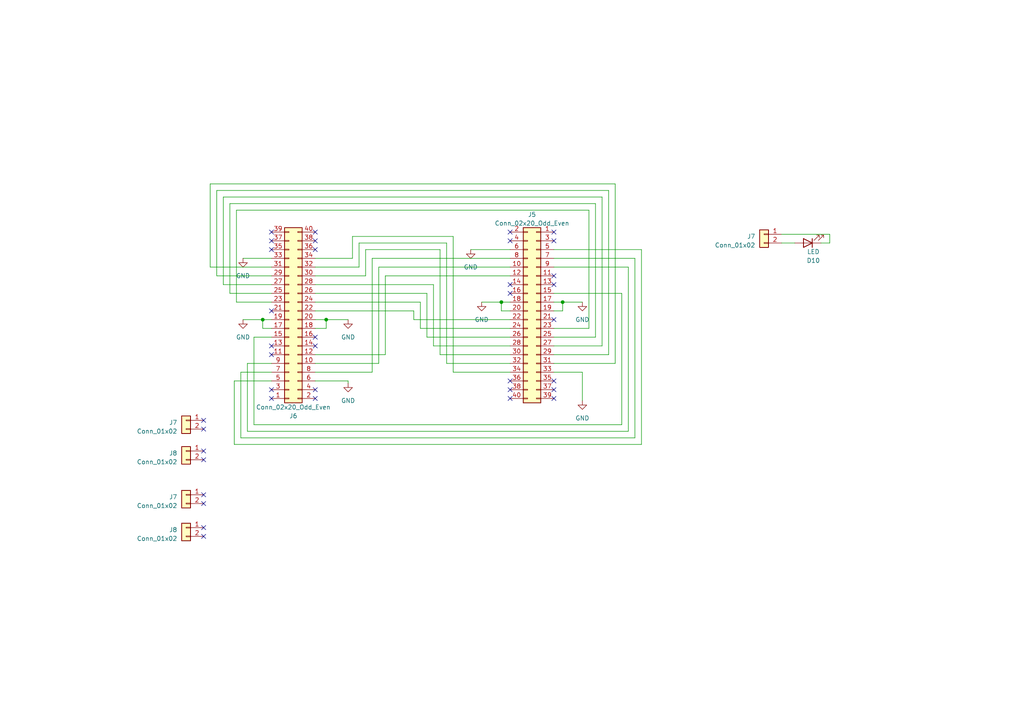
<source format=kicad_sch>
(kicad_sch (version 20230121) (generator eeschema)

  (uuid c583fea8-bbdf-4b1e-9e9f-77eb403dfe68)

  (paper "A4")

  (lib_symbols
    (symbol "Connector_Generic:Conn_01x02" (pin_names (offset 1.016) hide) (in_bom yes) (on_board yes)
      (property "Reference" "J" (at 0 2.54 0)
        (effects (font (size 1.27 1.27)))
      )
      (property "Value" "Conn_01x02" (at 0 -5.08 0)
        (effects (font (size 1.27 1.27)))
      )
      (property "Footprint" "" (at 0 0 0)
        (effects (font (size 1.27 1.27)) hide)
      )
      (property "Datasheet" "~" (at 0 0 0)
        (effects (font (size 1.27 1.27)) hide)
      )
      (property "ki_keywords" "connector" (at 0 0 0)
        (effects (font (size 1.27 1.27)) hide)
      )
      (property "ki_description" "Generic connector, single row, 01x02, script generated (kicad-library-utils/schlib/autogen/connector/)" (at 0 0 0)
        (effects (font (size 1.27 1.27)) hide)
      )
      (property "ki_fp_filters" "Connector*:*_1x??_*" (at 0 0 0)
        (effects (font (size 1.27 1.27)) hide)
      )
      (symbol "Conn_01x02_1_1"
        (rectangle (start -1.27 -2.413) (end 0 -2.667)
          (stroke (width 0.1524) (type default))
          (fill (type none))
        )
        (rectangle (start -1.27 0.127) (end 0 -0.127)
          (stroke (width 0.1524) (type default))
          (fill (type none))
        )
        (rectangle (start -1.27 1.27) (end 1.27 -3.81)
          (stroke (width 0.254) (type default))
          (fill (type background))
        )
        (pin passive line (at -5.08 0 0) (length 3.81)
          (name "Pin_1" (effects (font (size 1.27 1.27))))
          (number "1" (effects (font (size 1.27 1.27))))
        )
        (pin passive line (at -5.08 -2.54 0) (length 3.81)
          (name "Pin_2" (effects (font (size 1.27 1.27))))
          (number "2" (effects (font (size 1.27 1.27))))
        )
      )
    )
    (symbol "Connector_Generic:Conn_02x20_Odd_Even" (pin_names (offset 1.016) hide) (in_bom yes) (on_board yes)
      (property "Reference" "J" (at 1.27 25.4 0)
        (effects (font (size 1.27 1.27)))
      )
      (property "Value" "Conn_02x20_Odd_Even" (at 1.27 -27.94 0)
        (effects (font (size 1.27 1.27)))
      )
      (property "Footprint" "" (at 0 0 0)
        (effects (font (size 1.27 1.27)) hide)
      )
      (property "Datasheet" "~" (at 0 0 0)
        (effects (font (size 1.27 1.27)) hide)
      )
      (property "ki_keywords" "connector" (at 0 0 0)
        (effects (font (size 1.27 1.27)) hide)
      )
      (property "ki_description" "Generic connector, double row, 02x20, odd/even pin numbering scheme (row 1 odd numbers, row 2 even numbers), script generated (kicad-library-utils/schlib/autogen/connector/)" (at 0 0 0)
        (effects (font (size 1.27 1.27)) hide)
      )
      (property "ki_fp_filters" "Connector*:*_2x??_*" (at 0 0 0)
        (effects (font (size 1.27 1.27)) hide)
      )
      (symbol "Conn_02x20_Odd_Even_1_1"
        (rectangle (start -1.27 -25.273) (end 0 -25.527)
          (stroke (width 0.1524) (type default))
          (fill (type none))
        )
        (rectangle (start -1.27 -22.733) (end 0 -22.987)
          (stroke (width 0.1524) (type default))
          (fill (type none))
        )
        (rectangle (start -1.27 -20.193) (end 0 -20.447)
          (stroke (width 0.1524) (type default))
          (fill (type none))
        )
        (rectangle (start -1.27 -17.653) (end 0 -17.907)
          (stroke (width 0.1524) (type default))
          (fill (type none))
        )
        (rectangle (start -1.27 -15.113) (end 0 -15.367)
          (stroke (width 0.1524) (type default))
          (fill (type none))
        )
        (rectangle (start -1.27 -12.573) (end 0 -12.827)
          (stroke (width 0.1524) (type default))
          (fill (type none))
        )
        (rectangle (start -1.27 -10.033) (end 0 -10.287)
          (stroke (width 0.1524) (type default))
          (fill (type none))
        )
        (rectangle (start -1.27 -7.493) (end 0 -7.747)
          (stroke (width 0.1524) (type default))
          (fill (type none))
        )
        (rectangle (start -1.27 -4.953) (end 0 -5.207)
          (stroke (width 0.1524) (type default))
          (fill (type none))
        )
        (rectangle (start -1.27 -2.413) (end 0 -2.667)
          (stroke (width 0.1524) (type default))
          (fill (type none))
        )
        (rectangle (start -1.27 0.127) (end 0 -0.127)
          (stroke (width 0.1524) (type default))
          (fill (type none))
        )
        (rectangle (start -1.27 2.667) (end 0 2.413)
          (stroke (width 0.1524) (type default))
          (fill (type none))
        )
        (rectangle (start -1.27 5.207) (end 0 4.953)
          (stroke (width 0.1524) (type default))
          (fill (type none))
        )
        (rectangle (start -1.27 7.747) (end 0 7.493)
          (stroke (width 0.1524) (type default))
          (fill (type none))
        )
        (rectangle (start -1.27 10.287) (end 0 10.033)
          (stroke (width 0.1524) (type default))
          (fill (type none))
        )
        (rectangle (start -1.27 12.827) (end 0 12.573)
          (stroke (width 0.1524) (type default))
          (fill (type none))
        )
        (rectangle (start -1.27 15.367) (end 0 15.113)
          (stroke (width 0.1524) (type default))
          (fill (type none))
        )
        (rectangle (start -1.27 17.907) (end 0 17.653)
          (stroke (width 0.1524) (type default))
          (fill (type none))
        )
        (rectangle (start -1.27 20.447) (end 0 20.193)
          (stroke (width 0.1524) (type default))
          (fill (type none))
        )
        (rectangle (start -1.27 22.987) (end 0 22.733)
          (stroke (width 0.1524) (type default))
          (fill (type none))
        )
        (rectangle (start -1.27 24.13) (end 3.81 -26.67)
          (stroke (width 0.254) (type default))
          (fill (type background))
        )
        (rectangle (start 3.81 -25.273) (end 2.54 -25.527)
          (stroke (width 0.1524) (type default))
          (fill (type none))
        )
        (rectangle (start 3.81 -22.733) (end 2.54 -22.987)
          (stroke (width 0.1524) (type default))
          (fill (type none))
        )
        (rectangle (start 3.81 -20.193) (end 2.54 -20.447)
          (stroke (width 0.1524) (type default))
          (fill (type none))
        )
        (rectangle (start 3.81 -17.653) (end 2.54 -17.907)
          (stroke (width 0.1524) (type default))
          (fill (type none))
        )
        (rectangle (start 3.81 -15.113) (end 2.54 -15.367)
          (stroke (width 0.1524) (type default))
          (fill (type none))
        )
        (rectangle (start 3.81 -12.573) (end 2.54 -12.827)
          (stroke (width 0.1524) (type default))
          (fill (type none))
        )
        (rectangle (start 3.81 -10.033) (end 2.54 -10.287)
          (stroke (width 0.1524) (type default))
          (fill (type none))
        )
        (rectangle (start 3.81 -7.493) (end 2.54 -7.747)
          (stroke (width 0.1524) (type default))
          (fill (type none))
        )
        (rectangle (start 3.81 -4.953) (end 2.54 -5.207)
          (stroke (width 0.1524) (type default))
          (fill (type none))
        )
        (rectangle (start 3.81 -2.413) (end 2.54 -2.667)
          (stroke (width 0.1524) (type default))
          (fill (type none))
        )
        (rectangle (start 3.81 0.127) (end 2.54 -0.127)
          (stroke (width 0.1524) (type default))
          (fill (type none))
        )
        (rectangle (start 3.81 2.667) (end 2.54 2.413)
          (stroke (width 0.1524) (type default))
          (fill (type none))
        )
        (rectangle (start 3.81 5.207) (end 2.54 4.953)
          (stroke (width 0.1524) (type default))
          (fill (type none))
        )
        (rectangle (start 3.81 7.747) (end 2.54 7.493)
          (stroke (width 0.1524) (type default))
          (fill (type none))
        )
        (rectangle (start 3.81 10.287) (end 2.54 10.033)
          (stroke (width 0.1524) (type default))
          (fill (type none))
        )
        (rectangle (start 3.81 12.827) (end 2.54 12.573)
          (stroke (width 0.1524) (type default))
          (fill (type none))
        )
        (rectangle (start 3.81 15.367) (end 2.54 15.113)
          (stroke (width 0.1524) (type default))
          (fill (type none))
        )
        (rectangle (start 3.81 17.907) (end 2.54 17.653)
          (stroke (width 0.1524) (type default))
          (fill (type none))
        )
        (rectangle (start 3.81 20.447) (end 2.54 20.193)
          (stroke (width 0.1524) (type default))
          (fill (type none))
        )
        (rectangle (start 3.81 22.987) (end 2.54 22.733)
          (stroke (width 0.1524) (type default))
          (fill (type none))
        )
        (pin passive line (at -5.08 22.86 0) (length 3.81)
          (name "Pin_1" (effects (font (size 1.27 1.27))))
          (number "1" (effects (font (size 1.27 1.27))))
        )
        (pin passive line (at 7.62 12.7 180) (length 3.81)
          (name "Pin_10" (effects (font (size 1.27 1.27))))
          (number "10" (effects (font (size 1.27 1.27))))
        )
        (pin passive line (at -5.08 10.16 0) (length 3.81)
          (name "Pin_11" (effects (font (size 1.27 1.27))))
          (number "11" (effects (font (size 1.27 1.27))))
        )
        (pin passive line (at 7.62 10.16 180) (length 3.81)
          (name "Pin_12" (effects (font (size 1.27 1.27))))
          (number "12" (effects (font (size 1.27 1.27))))
        )
        (pin passive line (at -5.08 7.62 0) (length 3.81)
          (name "Pin_13" (effects (font (size 1.27 1.27))))
          (number "13" (effects (font (size 1.27 1.27))))
        )
        (pin passive line (at 7.62 7.62 180) (length 3.81)
          (name "Pin_14" (effects (font (size 1.27 1.27))))
          (number "14" (effects (font (size 1.27 1.27))))
        )
        (pin passive line (at -5.08 5.08 0) (length 3.81)
          (name "Pin_15" (effects (font (size 1.27 1.27))))
          (number "15" (effects (font (size 1.27 1.27))))
        )
        (pin passive line (at 7.62 5.08 180) (length 3.81)
          (name "Pin_16" (effects (font (size 1.27 1.27))))
          (number "16" (effects (font (size 1.27 1.27))))
        )
        (pin passive line (at -5.08 2.54 0) (length 3.81)
          (name "Pin_17" (effects (font (size 1.27 1.27))))
          (number "17" (effects (font (size 1.27 1.27))))
        )
        (pin passive line (at 7.62 2.54 180) (length 3.81)
          (name "Pin_18" (effects (font (size 1.27 1.27))))
          (number "18" (effects (font (size 1.27 1.27))))
        )
        (pin passive line (at -5.08 0 0) (length 3.81)
          (name "Pin_19" (effects (font (size 1.27 1.27))))
          (number "19" (effects (font (size 1.27 1.27))))
        )
        (pin passive line (at 7.62 22.86 180) (length 3.81)
          (name "Pin_2" (effects (font (size 1.27 1.27))))
          (number "2" (effects (font (size 1.27 1.27))))
        )
        (pin passive line (at 7.62 0 180) (length 3.81)
          (name "Pin_20" (effects (font (size 1.27 1.27))))
          (number "20" (effects (font (size 1.27 1.27))))
        )
        (pin passive line (at -5.08 -2.54 0) (length 3.81)
          (name "Pin_21" (effects (font (size 1.27 1.27))))
          (number "21" (effects (font (size 1.27 1.27))))
        )
        (pin passive line (at 7.62 -2.54 180) (length 3.81)
          (name "Pin_22" (effects (font (size 1.27 1.27))))
          (number "22" (effects (font (size 1.27 1.27))))
        )
        (pin passive line (at -5.08 -5.08 0) (length 3.81)
          (name "Pin_23" (effects (font (size 1.27 1.27))))
          (number "23" (effects (font (size 1.27 1.27))))
        )
        (pin passive line (at 7.62 -5.08 180) (length 3.81)
          (name "Pin_24" (effects (font (size 1.27 1.27))))
          (number "24" (effects (font (size 1.27 1.27))))
        )
        (pin passive line (at -5.08 -7.62 0) (length 3.81)
          (name "Pin_25" (effects (font (size 1.27 1.27))))
          (number "25" (effects (font (size 1.27 1.27))))
        )
        (pin passive line (at 7.62 -7.62 180) (length 3.81)
          (name "Pin_26" (effects (font (size 1.27 1.27))))
          (number "26" (effects (font (size 1.27 1.27))))
        )
        (pin passive line (at -5.08 -10.16 0) (length 3.81)
          (name "Pin_27" (effects (font (size 1.27 1.27))))
          (number "27" (effects (font (size 1.27 1.27))))
        )
        (pin passive line (at 7.62 -10.16 180) (length 3.81)
          (name "Pin_28" (effects (font (size 1.27 1.27))))
          (number "28" (effects (font (size 1.27 1.27))))
        )
        (pin passive line (at -5.08 -12.7 0) (length 3.81)
          (name "Pin_29" (effects (font (size 1.27 1.27))))
          (number "29" (effects (font (size 1.27 1.27))))
        )
        (pin passive line (at -5.08 20.32 0) (length 3.81)
          (name "Pin_3" (effects (font (size 1.27 1.27))))
          (number "3" (effects (font (size 1.27 1.27))))
        )
        (pin passive line (at 7.62 -12.7 180) (length 3.81)
          (name "Pin_30" (effects (font (size 1.27 1.27))))
          (number "30" (effects (font (size 1.27 1.27))))
        )
        (pin passive line (at -5.08 -15.24 0) (length 3.81)
          (name "Pin_31" (effects (font (size 1.27 1.27))))
          (number "31" (effects (font (size 1.27 1.27))))
        )
        (pin passive line (at 7.62 -15.24 180) (length 3.81)
          (name "Pin_32" (effects (font (size 1.27 1.27))))
          (number "32" (effects (font (size 1.27 1.27))))
        )
        (pin passive line (at -5.08 -17.78 0) (length 3.81)
          (name "Pin_33" (effects (font (size 1.27 1.27))))
          (number "33" (effects (font (size 1.27 1.27))))
        )
        (pin passive line (at 7.62 -17.78 180) (length 3.81)
          (name "Pin_34" (effects (font (size 1.27 1.27))))
          (number "34" (effects (font (size 1.27 1.27))))
        )
        (pin passive line (at -5.08 -20.32 0) (length 3.81)
          (name "Pin_35" (effects (font (size 1.27 1.27))))
          (number "35" (effects (font (size 1.27 1.27))))
        )
        (pin passive line (at 7.62 -20.32 180) (length 3.81)
          (name "Pin_36" (effects (font (size 1.27 1.27))))
          (number "36" (effects (font (size 1.27 1.27))))
        )
        (pin passive line (at -5.08 -22.86 0) (length 3.81)
          (name "Pin_37" (effects (font (size 1.27 1.27))))
          (number "37" (effects (font (size 1.27 1.27))))
        )
        (pin passive line (at 7.62 -22.86 180) (length 3.81)
          (name "Pin_38" (effects (font (size 1.27 1.27))))
          (number "38" (effects (font (size 1.27 1.27))))
        )
        (pin passive line (at -5.08 -25.4 0) (length 3.81)
          (name "Pin_39" (effects (font (size 1.27 1.27))))
          (number "39" (effects (font (size 1.27 1.27))))
        )
        (pin passive line (at 7.62 20.32 180) (length 3.81)
          (name "Pin_4" (effects (font (size 1.27 1.27))))
          (number "4" (effects (font (size 1.27 1.27))))
        )
        (pin passive line (at 7.62 -25.4 180) (length 3.81)
          (name "Pin_40" (effects (font (size 1.27 1.27))))
          (number "40" (effects (font (size 1.27 1.27))))
        )
        (pin passive line (at -5.08 17.78 0) (length 3.81)
          (name "Pin_5" (effects (font (size 1.27 1.27))))
          (number "5" (effects (font (size 1.27 1.27))))
        )
        (pin passive line (at 7.62 17.78 180) (length 3.81)
          (name "Pin_6" (effects (font (size 1.27 1.27))))
          (number "6" (effects (font (size 1.27 1.27))))
        )
        (pin passive line (at -5.08 15.24 0) (length 3.81)
          (name "Pin_7" (effects (font (size 1.27 1.27))))
          (number "7" (effects (font (size 1.27 1.27))))
        )
        (pin passive line (at 7.62 15.24 180) (length 3.81)
          (name "Pin_8" (effects (font (size 1.27 1.27))))
          (number "8" (effects (font (size 1.27 1.27))))
        )
        (pin passive line (at -5.08 12.7 0) (length 3.81)
          (name "Pin_9" (effects (font (size 1.27 1.27))))
          (number "9" (effects (font (size 1.27 1.27))))
        )
      )
    )
    (symbol "Device:LED" (pin_numbers hide) (pin_names (offset 1.016) hide) (in_bom yes) (on_board yes)
      (property "Reference" "D" (at 0 2.54 0)
        (effects (font (size 1.27 1.27)))
      )
      (property "Value" "LED" (at 0 -2.54 0)
        (effects (font (size 1.27 1.27)))
      )
      (property "Footprint" "" (at 0 0 0)
        (effects (font (size 1.27 1.27)) hide)
      )
      (property "Datasheet" "~" (at 0 0 0)
        (effects (font (size 1.27 1.27)) hide)
      )
      (property "ki_keywords" "LED diode" (at 0 0 0)
        (effects (font (size 1.27 1.27)) hide)
      )
      (property "ki_description" "Light emitting diode" (at 0 0 0)
        (effects (font (size 1.27 1.27)) hide)
      )
      (property "ki_fp_filters" "LED* LED_SMD:* LED_THT:*" (at 0 0 0)
        (effects (font (size 1.27 1.27)) hide)
      )
      (symbol "LED_0_1"
        (polyline
          (pts
            (xy -1.27 -1.27)
            (xy -1.27 1.27)
          )
          (stroke (width 0.254) (type default))
          (fill (type none))
        )
        (polyline
          (pts
            (xy -1.27 0)
            (xy 1.27 0)
          )
          (stroke (width 0) (type default))
          (fill (type none))
        )
        (polyline
          (pts
            (xy 1.27 -1.27)
            (xy 1.27 1.27)
            (xy -1.27 0)
            (xy 1.27 -1.27)
          )
          (stroke (width 0.254) (type default))
          (fill (type none))
        )
        (polyline
          (pts
            (xy -3.048 -0.762)
            (xy -4.572 -2.286)
            (xy -3.81 -2.286)
            (xy -4.572 -2.286)
            (xy -4.572 -1.524)
          )
          (stroke (width 0) (type default))
          (fill (type none))
        )
        (polyline
          (pts
            (xy -1.778 -0.762)
            (xy -3.302 -2.286)
            (xy -2.54 -2.286)
            (xy -3.302 -2.286)
            (xy -3.302 -1.524)
          )
          (stroke (width 0) (type default))
          (fill (type none))
        )
      )
      (symbol "LED_1_1"
        (pin passive line (at -3.81 0 0) (length 2.54)
          (name "K" (effects (font (size 1.27 1.27))))
          (number "1" (effects (font (size 1.27 1.27))))
        )
        (pin passive line (at 3.81 0 180) (length 2.54)
          (name "A" (effects (font (size 1.27 1.27))))
          (number "2" (effects (font (size 1.27 1.27))))
        )
      )
    )
    (symbol "power:GND" (power) (pin_names (offset 0)) (in_bom yes) (on_board yes)
      (property "Reference" "#PWR" (at 0 -6.35 0)
        (effects (font (size 1.27 1.27)) hide)
      )
      (property "Value" "GND" (at 0 -3.81 0)
        (effects (font (size 1.27 1.27)))
      )
      (property "Footprint" "" (at 0 0 0)
        (effects (font (size 1.27 1.27)) hide)
      )
      (property "Datasheet" "" (at 0 0 0)
        (effects (font (size 1.27 1.27)) hide)
      )
      (property "ki_keywords" "global power" (at 0 0 0)
        (effects (font (size 1.27 1.27)) hide)
      )
      (property "ki_description" "Power symbol creates a global label with name \"GND\" , ground" (at 0 0 0)
        (effects (font (size 1.27 1.27)) hide)
      )
      (symbol "GND_0_1"
        (polyline
          (pts
            (xy 0 0)
            (xy 0 -1.27)
            (xy 1.27 -1.27)
            (xy 0 -2.54)
            (xy -1.27 -1.27)
            (xy 0 -1.27)
          )
          (stroke (width 0) (type default))
          (fill (type none))
        )
      )
      (symbol "GND_1_1"
        (pin power_in line (at 0 0 270) (length 0) hide
          (name "GND" (effects (font (size 1.27 1.27))))
          (number "1" (effects (font (size 1.27 1.27))))
        )
      )
    )
  )

  (junction (at 94.615 92.71) (diameter 0) (color 0 0 0 0)
    (uuid 2d0d6b45-f09f-40d6-8f1f-45a44729fa60)
  )
  (junction (at 163.195 87.63) (diameter 0) (color 0 0 0 0)
    (uuid 4b969a82-c312-44fc-a199-d047281cdb0b)
  )
  (junction (at 145.415 87.63) (diameter 0) (color 0 0 0 0)
    (uuid a94858c8-2f57-4cd3-9b54-53a1ec092546)
  )
  (junction (at 76.2 92.71) (diameter 0) (color 0 0 0 0)
    (uuid f43f64b1-2ea2-4420-b9a5-904ff39b0250)
  )

  (no_connect (at 78.74 67.31) (uuid 0a34ed49-cb6a-44ba-b9ea-e82c46e485ba))
  (no_connect (at 147.955 113.03) (uuid 1155ffb7-39f8-4bd7-b7d2-8964bcb51463))
  (no_connect (at 160.655 110.49) (uuid 15b60ba4-a5b7-43a9-9d75-4d157b530406))
  (no_connect (at 160.655 67.31) (uuid 188c080f-7201-4445-9b63-74f2d9640f2a))
  (no_connect (at 78.74 100.33) (uuid 23189496-0be7-4443-a617-694ce2ebc45b))
  (no_connect (at 147.955 67.31) (uuid 29a14194-611d-4552-8981-24baa0a23245))
  (no_connect (at 78.74 115.57) (uuid 29ca353c-cefc-4a91-91b6-555be55d1208))
  (no_connect (at 59.055 133.35) (uuid 338ef65a-e60f-46e5-8852-bbc193f9a087))
  (no_connect (at 91.44 115.57) (uuid 38d3454c-8e1c-4445-bac9-7ed05f4dc0fc))
  (no_connect (at 160.655 82.55) (uuid 3e28a249-3d1d-4b38-a527-8cb7f35e78ef))
  (no_connect (at 91.44 100.33) (uuid 42aad83a-da51-460c-bda2-ca564d8a6689))
  (no_connect (at 59.055 124.46) (uuid 42e24ff9-15bf-4ab7-8c9c-fd7d78f5b4af))
  (no_connect (at 147.955 82.55) (uuid 4abe6f3d-1dff-49f3-a6cb-ac441fa5da25))
  (no_connect (at 147.955 115.57) (uuid 5b22c210-3ef6-4335-9f3b-11e8aca04f18))
  (no_connect (at 78.74 72.39) (uuid 61d00201-360b-48f2-95ef-14bff49542c2))
  (no_connect (at 59.055 153.035) (uuid 6992274b-1e38-44b4-bcef-18cd5d75b6ad))
  (no_connect (at 91.44 72.39) (uuid 6e74b670-5ae2-47d6-9996-45c8848e7aa5))
  (no_connect (at 91.44 69.85) (uuid 84ce8811-c3de-4652-a287-84cd2e225679))
  (no_connect (at 91.44 113.03) (uuid 89d6f361-c74d-497b-b986-baf8126f03b4))
  (no_connect (at 160.655 113.03) (uuid 9b1f417e-37a0-4422-9ac4-53505cf05766))
  (no_connect (at 59.055 130.81) (uuid 9b7cd26c-b024-4f77-a90f-794ffffb9dcc))
  (no_connect (at 78.74 113.03) (uuid a3d6301b-717b-4c73-be37-e36fc4f7fd78))
  (no_connect (at 78.74 102.87) (uuid a3d9360f-a1b0-4f07-a410-e0d51e24dfd7))
  (no_connect (at 91.44 67.31) (uuid a80763e2-7cb3-4eeb-985e-711ed9bb5c5d))
  (no_connect (at 78.74 90.17) (uuid ab684b9b-533b-40de-aa94-7abc912b4ebb))
  (no_connect (at 160.655 69.85) (uuid b4bf1faa-4858-49dd-abaf-d51f05720658))
  (no_connect (at 160.655 80.01) (uuid b4e91742-e0cb-4c3e-a007-4f07f2982943))
  (no_connect (at 78.74 69.85) (uuid c3089568-b6d3-4551-9696-94118491c8aa))
  (no_connect (at 147.955 110.49) (uuid ce0bbb64-123f-484a-b6da-f878fdf27208))
  (no_connect (at 91.44 97.79) (uuid d2a50256-d4fb-469c-9e54-5b2af512966c))
  (no_connect (at 160.655 115.57) (uuid d44c88fb-5d0f-48d2-913e-25b0cc1f9334))
  (no_connect (at 59.055 121.92) (uuid dc74b290-12a0-4fbe-8cf4-abdf136b7674))
  (no_connect (at 147.955 85.09) (uuid ded0201e-8df9-4a68-9edb-10a7c046d24c))
  (no_connect (at 59.055 155.575) (uuid ef941f72-f622-4e3a-ae41-36eadf5bc52f))
  (no_connect (at 59.055 146.05) (uuid f15398fb-9b02-4c7d-afef-4d8517402405))
  (no_connect (at 160.655 92.71) (uuid f58b6e3d-0f13-49bf-b0b5-1be708efa3ab))
  (no_connect (at 59.055 143.51) (uuid f6ba77bb-482a-4bce-aa1c-59ab6496e9d7))
  (no_connect (at 147.955 69.85) (uuid f895d89e-4124-4f91-af0c-41d0aa67ae16))

  (wire (pts (xy 107.95 107.95) (xy 107.95 74.93))
    (stroke (width 0) (type default))
    (uuid 044904b7-a783-4e28-8ec3-9d936be3214a)
  )
  (wire (pts (xy 62.865 80.01) (xy 62.865 55.245))
    (stroke (width 0) (type default))
    (uuid 0627db5c-643f-4ed0-842b-2e69a86b0495)
  )
  (wire (pts (xy 91.44 82.55) (xy 125.73 82.55))
    (stroke (width 0) (type default))
    (uuid 09c4d13c-7ba0-4250-9fc0-09249981e361)
  )
  (wire (pts (xy 109.855 105.41) (xy 109.855 77.47))
    (stroke (width 0) (type default))
    (uuid 0e23af9c-09c3-43cf-b918-ce78bdd176d7)
  )
  (wire (pts (xy 131.445 68.58) (xy 131.445 107.95))
    (stroke (width 0) (type default))
    (uuid 1048d872-4042-4a76-8cbb-7b7b96d49f4e)
  )
  (wire (pts (xy 94.615 92.71) (xy 100.965 92.71))
    (stroke (width 0) (type default))
    (uuid 13630acf-1201-4689-9980-30670fb26ab4)
  )
  (wire (pts (xy 78.74 105.41) (xy 71.755 105.41))
    (stroke (width 0) (type default))
    (uuid 13aa693c-11af-4550-ad58-1c946c08991d)
  )
  (wire (pts (xy 163.195 87.63) (xy 163.195 90.17))
    (stroke (width 0) (type default))
    (uuid 14745bb5-ccee-45f0-8c3f-987204a0b373)
  )
  (wire (pts (xy 68.58 87.63) (xy 78.74 87.63))
    (stroke (width 0) (type default))
    (uuid 17c92cc8-4d69-4309-b5fb-e2e8736f34a3)
  )
  (wire (pts (xy 64.77 57.15) (xy 174.625 57.15))
    (stroke (width 0) (type default))
    (uuid 1846ec81-2948-46c5-9cc0-64ffb6fc07c4)
  )
  (wire (pts (xy 160.655 107.95) (xy 168.91 107.95))
    (stroke (width 0) (type default))
    (uuid 1a901e9f-b0e9-4537-9f84-ebeccc3e5dcb)
  )
  (wire (pts (xy 174.625 57.15) (xy 174.625 100.33))
    (stroke (width 0) (type default))
    (uuid 1c981bbc-c319-4d37-b673-f02ccfe746a9)
  )
  (wire (pts (xy 174.625 100.33) (xy 160.655 100.33))
    (stroke (width 0) (type default))
    (uuid 1d66fc20-2f04-4c21-94b3-18f0e7d9935b)
  )
  (wire (pts (xy 100.965 110.49) (xy 100.965 111.125))
    (stroke (width 0) (type default))
    (uuid 1e01904d-e922-4eaf-bdec-286ed78de2ef)
  )
  (wire (pts (xy 76.2 95.25) (xy 76.2 92.71))
    (stroke (width 0) (type default))
    (uuid 1e8e3992-c21e-4ec2-a013-faa5f375eb4f)
  )
  (wire (pts (xy 78.74 92.71) (xy 76.2 92.71))
    (stroke (width 0) (type default))
    (uuid 1f15fa3a-7b8e-4e2f-a3c6-a0d04fc6eb4a)
  )
  (wire (pts (xy 67.945 110.49) (xy 67.945 128.905))
    (stroke (width 0) (type default))
    (uuid 21bf7f20-1f23-45fb-bbce-7c74a5a30802)
  )
  (wire (pts (xy 180.34 85.09) (xy 160.655 85.09))
    (stroke (width 0) (type default))
    (uuid 24b8f544-6045-454a-b7ea-082edfdb96bd)
  )
  (wire (pts (xy 91.44 87.63) (xy 121.92 87.63))
    (stroke (width 0) (type default))
    (uuid 25ef7469-4a12-4992-ad58-ec14637805e0)
  )
  (wire (pts (xy 102.235 74.93) (xy 102.235 68.58))
    (stroke (width 0) (type default))
    (uuid 31e780dc-f828-41c2-b82a-b22b28601eb5)
  )
  (wire (pts (xy 91.44 77.47) (xy 104.14 77.47))
    (stroke (width 0) (type default))
    (uuid 33e57030-ab22-47c2-8f8b-54db27d4788f)
  )
  (wire (pts (xy 176.53 55.245) (xy 176.53 102.87))
    (stroke (width 0) (type default))
    (uuid 39fc9c9b-e885-4bd4-bfb9-f99c253e730d)
  )
  (wire (pts (xy 91.44 85.09) (xy 123.825 85.09))
    (stroke (width 0) (type default))
    (uuid 3f8a4a2e-6afb-4579-8ea5-5acc77da062d)
  )
  (wire (pts (xy 106.045 72.39) (xy 127.635 72.39))
    (stroke (width 0) (type default))
    (uuid 40d3fe2f-0b77-4e5d-86a0-ca3aa65dbbf1)
  )
  (wire (pts (xy 147.955 87.63) (xy 145.415 87.63))
    (stroke (width 0) (type default))
    (uuid 41ba5562-320f-49cc-b4fc-2dcb96893760)
  )
  (wire (pts (xy 67.945 128.905) (xy 186.055 128.905))
    (stroke (width 0) (type default))
    (uuid 421d620f-b43c-4196-9691-f40153250f58)
  )
  (wire (pts (xy 78.74 95.25) (xy 76.2 95.25))
    (stroke (width 0) (type default))
    (uuid 43794239-a1ae-4a6c-baef-f8429c75d957)
  )
  (wire (pts (xy 78.74 110.49) (xy 67.945 110.49))
    (stroke (width 0) (type default))
    (uuid 46ad8b11-79a7-4bd0-9a84-2787ca47435a)
  )
  (wire (pts (xy 73.66 123.19) (xy 180.34 123.19))
    (stroke (width 0) (type default))
    (uuid 49dc9245-4708-49f0-8de0-e91183e0a458)
  )
  (wire (pts (xy 163.195 90.17) (xy 160.655 90.17))
    (stroke (width 0) (type default))
    (uuid 5419b317-72bf-4c38-852b-e20d83e60297)
  )
  (wire (pts (xy 71.755 125.095) (xy 182.245 125.095))
    (stroke (width 0) (type default))
    (uuid 54584260-a900-4c2a-b69d-ab267ddfa46f)
  )
  (wire (pts (xy 71.755 105.41) (xy 71.755 125.095))
    (stroke (width 0) (type default))
    (uuid 54ffcdb2-e2d7-4249-ad29-0a8d2ac1fad3)
  )
  (wire (pts (xy 184.15 127) (xy 184.15 74.93))
    (stroke (width 0) (type default))
    (uuid 5986093e-38f4-4b9d-bc1f-d053bc26ce41)
  )
  (wire (pts (xy 186.055 128.905) (xy 186.055 72.39))
    (stroke (width 0) (type default))
    (uuid 5a802a52-6302-4cc8-bdfa-ee36887080c6)
  )
  (wire (pts (xy 240.665 70.485) (xy 238.125 70.485))
    (stroke (width 0) (type default))
    (uuid 5c1f1dca-89b8-42eb-8f39-d1fdb7812ded)
  )
  (wire (pts (xy 168.91 107.95) (xy 168.91 116.205))
    (stroke (width 0) (type default))
    (uuid 5e16d3a5-8f57-4f1d-b87a-b05445cd9715)
  )
  (wire (pts (xy 78.74 107.95) (xy 69.85 107.95))
    (stroke (width 0) (type default))
    (uuid 5f967d5f-b7be-436c-9c4d-47295e3bc4fb)
  )
  (wire (pts (xy 64.77 82.55) (xy 64.77 57.15))
    (stroke (width 0) (type default))
    (uuid 620e5362-4d48-4ace-b1cb-691b7ec45c0e)
  )
  (wire (pts (xy 78.74 77.47) (xy 60.96 77.47))
    (stroke (width 0) (type default))
    (uuid 621bbb3b-de90-47dd-8338-6abc77d535fb)
  )
  (wire (pts (xy 91.44 102.87) (xy 111.76 102.87))
    (stroke (width 0) (type default))
    (uuid 62fc3396-c41b-440a-9941-bbca057b3ea7)
  )
  (wire (pts (xy 176.53 102.87) (xy 160.655 102.87))
    (stroke (width 0) (type default))
    (uuid 637836af-bce9-4e94-bd81-3afaf761f09a)
  )
  (wire (pts (xy 123.825 97.79) (xy 147.955 97.79))
    (stroke (width 0) (type default))
    (uuid 6378bd2d-eb39-48ad-b0ee-48c759dcac52)
  )
  (wire (pts (xy 172.72 97.79) (xy 172.72 59.055))
    (stroke (width 0) (type default))
    (uuid 665ed3bf-4e00-4ad1-ae2c-14f100239421)
  )
  (wire (pts (xy 226.695 67.945) (xy 240.665 67.945))
    (stroke (width 0) (type default))
    (uuid 6993d214-3b86-4965-8b4e-eaa88352db71)
  )
  (wire (pts (xy 91.44 110.49) (xy 100.965 110.49))
    (stroke (width 0) (type default))
    (uuid 69a123fe-cea1-45a4-b177-9939c0b2b10f)
  )
  (wire (pts (xy 107.95 74.93) (xy 147.955 74.93))
    (stroke (width 0) (type default))
    (uuid 6f36b9ed-7aa7-4ac6-a29b-5786397b003d)
  )
  (wire (pts (xy 182.245 125.095) (xy 182.245 77.47))
    (stroke (width 0) (type default))
    (uuid 71c9785b-d8df-4a75-9564-891327716cc0)
  )
  (wire (pts (xy 125.73 82.55) (xy 125.73 100.33))
    (stroke (width 0) (type default))
    (uuid 7336991c-ba29-4c50-addd-49ca838808f5)
  )
  (wire (pts (xy 145.415 87.63) (xy 139.7 87.63))
    (stroke (width 0) (type default))
    (uuid 75e01a35-5041-4225-ae17-2a821e219488)
  )
  (wire (pts (xy 91.44 74.93) (xy 102.235 74.93))
    (stroke (width 0) (type default))
    (uuid 7705743f-c847-43ec-9557-91de5b8c5065)
  )
  (wire (pts (xy 147.955 72.39) (xy 136.525 72.39))
    (stroke (width 0) (type default))
    (uuid 79b3c169-bc62-4d86-bc4d-3f6a83eee7ea)
  )
  (wire (pts (xy 147.955 90.17) (xy 145.415 90.17))
    (stroke (width 0) (type default))
    (uuid 79bcb9b4-f62b-4471-8f5d-8b500da3ad80)
  )
  (wire (pts (xy 125.73 100.33) (xy 147.955 100.33))
    (stroke (width 0) (type default))
    (uuid 7ddce0bc-5995-4f1d-b55e-7bed1ef873c0)
  )
  (wire (pts (xy 127.635 72.39) (xy 127.635 102.87))
    (stroke (width 0) (type default))
    (uuid 7f0a104f-7c17-4edf-b2ac-e8fdd053f19a)
  )
  (wire (pts (xy 178.435 105.41) (xy 160.655 105.41))
    (stroke (width 0) (type default))
    (uuid 836ce17e-e482-4fd9-8bc5-45cd8727ca3b)
  )
  (wire (pts (xy 170.815 95.25) (xy 170.815 60.96))
    (stroke (width 0) (type default))
    (uuid 883ef9c6-337d-46af-bafb-36469d5cec82)
  )
  (wire (pts (xy 131.445 107.95) (xy 147.955 107.95))
    (stroke (width 0) (type default))
    (uuid 8b9e1d36-0814-4c06-a269-f30d9f279c36)
  )
  (wire (pts (xy 184.15 74.93) (xy 160.655 74.93))
    (stroke (width 0) (type default))
    (uuid 8c63e4a6-cf68-423a-957d-60b0bf550735)
  )
  (wire (pts (xy 120.015 92.71) (xy 147.955 92.71))
    (stroke (width 0) (type default))
    (uuid 8d04a1e4-1939-4757-8e4f-824534f620fd)
  )
  (wire (pts (xy 78.74 97.79) (xy 73.66 97.79))
    (stroke (width 0) (type default))
    (uuid 8da9b4bc-a61d-4bb2-a949-acfdbd91c951)
  )
  (wire (pts (xy 109.855 77.47) (xy 147.955 77.47))
    (stroke (width 0) (type default))
    (uuid 8e47f82b-ff19-4de5-b4c3-244356d92c5d)
  )
  (wire (pts (xy 163.195 87.63) (xy 168.91 87.63))
    (stroke (width 0) (type default))
    (uuid 8fc9758b-a260-4e28-b036-026a98d3b34b)
  )
  (wire (pts (xy 94.615 95.25) (xy 94.615 92.71))
    (stroke (width 0) (type default))
    (uuid 933e20b2-0b29-4bcd-9a44-2ba9a1ca8ffd)
  )
  (wire (pts (xy 226.695 70.485) (xy 230.505 70.485))
    (stroke (width 0) (type default))
    (uuid 94369f78-ba3b-48f9-a950-523ee2d838af)
  )
  (wire (pts (xy 91.44 95.25) (xy 94.615 95.25))
    (stroke (width 0) (type default))
    (uuid 951497dc-8355-4b93-b0e5-bd4dd95bb682)
  )
  (wire (pts (xy 172.72 59.055) (xy 66.675 59.055))
    (stroke (width 0) (type default))
    (uuid 9679be38-fd49-4362-b921-0e648e0f1b63)
  )
  (wire (pts (xy 106.045 80.01) (xy 106.045 72.39))
    (stroke (width 0) (type default))
    (uuid 9a764440-3910-4a6b-966d-00e5c3150b54)
  )
  (wire (pts (xy 76.2 92.71) (xy 70.485 92.71))
    (stroke (width 0) (type default))
    (uuid 9c60a503-ab71-456e-b678-fd68ab9a99d9)
  )
  (wire (pts (xy 66.675 59.055) (xy 66.675 85.09))
    (stroke (width 0) (type default))
    (uuid a1269253-f15e-445f-a192-9d4974164ec8)
  )
  (wire (pts (xy 121.92 87.63) (xy 121.92 95.25))
    (stroke (width 0) (type default))
    (uuid a15f2618-00a2-44e5-bfb3-0d00b8a5fd17)
  )
  (wire (pts (xy 69.85 127) (xy 184.15 127))
    (stroke (width 0) (type default))
    (uuid a46b9f47-5882-421a-8b52-cbcde7c5bead)
  )
  (wire (pts (xy 180.34 123.19) (xy 180.34 85.09))
    (stroke (width 0) (type default))
    (uuid a4b6392a-beee-4ccd-9348-abc3471f2293)
  )
  (wire (pts (xy 91.44 80.01) (xy 106.045 80.01))
    (stroke (width 0) (type default))
    (uuid a704ce2d-7db5-470c-82db-bd186100706a)
  )
  (wire (pts (xy 160.655 97.79) (xy 172.72 97.79))
    (stroke (width 0) (type default))
    (uuid aa54ce47-6358-4bfe-8d22-d9825922efa2)
  )
  (wire (pts (xy 160.655 87.63) (xy 163.195 87.63))
    (stroke (width 0) (type default))
    (uuid aa7fbbd3-ed56-479d-9d00-d8a6aac2fa3f)
  )
  (wire (pts (xy 186.055 72.39) (xy 160.655 72.39))
    (stroke (width 0) (type default))
    (uuid ac00fd6b-8d3a-4241-8e9a-087e6e0080a8)
  )
  (wire (pts (xy 78.74 82.55) (xy 64.77 82.55))
    (stroke (width 0) (type default))
    (uuid addbeb41-14ff-4ebc-98bd-349d974a143a)
  )
  (wire (pts (xy 73.66 97.79) (xy 73.66 123.19))
    (stroke (width 0) (type default))
    (uuid ade08f9b-1e90-4f34-93e1-de42b56e8bde)
  )
  (wire (pts (xy 104.14 70.485) (xy 129.54 70.485))
    (stroke (width 0) (type default))
    (uuid aed7724b-f201-4af7-99e6-de82baee17ac)
  )
  (wire (pts (xy 60.96 77.47) (xy 60.96 53.34))
    (stroke (width 0) (type default))
    (uuid af5d38d6-57a8-45fd-bf37-6481f70f8acc)
  )
  (wire (pts (xy 78.74 74.93) (xy 70.485 74.93))
    (stroke (width 0) (type default))
    (uuid b2042600-1168-477c-974b-0d97fd946918)
  )
  (wire (pts (xy 91.44 90.17) (xy 120.015 90.17))
    (stroke (width 0) (type default))
    (uuid b2248009-324f-4c88-8010-4f50ec33792c)
  )
  (wire (pts (xy 91.44 105.41) (xy 109.855 105.41))
    (stroke (width 0) (type default))
    (uuid b44adc3f-762e-4b7c-a061-7008d755d2ec)
  )
  (wire (pts (xy 68.58 60.96) (xy 68.58 87.63))
    (stroke (width 0) (type default))
    (uuid b52c8fce-2759-4c57-9051-7c176cd64d40)
  )
  (wire (pts (xy 69.85 107.95) (xy 69.85 127))
    (stroke (width 0) (type default))
    (uuid bf15a734-b8e5-4ad1-8f16-f71d93915f2c)
  )
  (wire (pts (xy 182.245 77.47) (xy 160.655 77.47))
    (stroke (width 0) (type default))
    (uuid bf7e90b3-3324-4be7-b6d0-c3b04173a8d0)
  )
  (wire (pts (xy 111.76 102.87) (xy 111.76 80.01))
    (stroke (width 0) (type default))
    (uuid bfd61a1c-4d56-450b-80b2-a458e444a08c)
  )
  (wire (pts (xy 127.635 102.87) (xy 147.955 102.87))
    (stroke (width 0) (type default))
    (uuid c263180f-8130-4b51-ac46-816a68eb7d75)
  )
  (wire (pts (xy 170.815 60.96) (xy 68.58 60.96))
    (stroke (width 0) (type default))
    (uuid c5da0445-9e39-44ac-b219-45e21776e2fd)
  )
  (wire (pts (xy 91.44 92.71) (xy 94.615 92.71))
    (stroke (width 0) (type default))
    (uuid c794ca36-cf99-47f9-b401-6b7aacce2556)
  )
  (wire (pts (xy 129.54 105.41) (xy 147.955 105.41))
    (stroke (width 0) (type default))
    (uuid c98bdc21-576f-4aea-a1d1-681633fd58c5)
  )
  (wire (pts (xy 120.015 90.17) (xy 120.015 92.71))
    (stroke (width 0) (type default))
    (uuid cd34c1f8-9d55-46e8-a56e-77c3f3f22d7d)
  )
  (wire (pts (xy 66.675 85.09) (xy 78.74 85.09))
    (stroke (width 0) (type default))
    (uuid d1b2dc77-77ac-4c41-ae03-f2ddeb49fb90)
  )
  (wire (pts (xy 121.92 95.25) (xy 147.955 95.25))
    (stroke (width 0) (type default))
    (uuid d5ce9158-c415-4790-87ba-ef24d1525b17)
  )
  (wire (pts (xy 240.665 67.945) (xy 240.665 70.485))
    (stroke (width 0) (type default))
    (uuid d783551c-e72a-4764-a37b-49e8f31e251e)
  )
  (wire (pts (xy 104.14 77.47) (xy 104.14 70.485))
    (stroke (width 0) (type default))
    (uuid e2dd8610-aeb3-4f53-86ad-e5ca2107add4)
  )
  (wire (pts (xy 111.76 80.01) (xy 147.955 80.01))
    (stroke (width 0) (type default))
    (uuid e497e7e4-73da-4e57-8be7-6ca4c1872337)
  )
  (wire (pts (xy 78.74 80.01) (xy 62.865 80.01))
    (stroke (width 0) (type default))
    (uuid e8b04395-1bcb-40db-b7c4-81167355b485)
  )
  (wire (pts (xy 60.96 53.34) (xy 178.435 53.34))
    (stroke (width 0) (type default))
    (uuid e93b1095-89e3-4845-a212-2f8abfd05ec4)
  )
  (wire (pts (xy 62.865 55.245) (xy 176.53 55.245))
    (stroke (width 0) (type default))
    (uuid ec047364-83ac-4d64-b558-770de9bbc449)
  )
  (wire (pts (xy 160.655 95.25) (xy 170.815 95.25))
    (stroke (width 0) (type default))
    (uuid ed526603-31c9-427e-8816-053e0a464abb)
  )
  (wire (pts (xy 123.825 85.09) (xy 123.825 97.79))
    (stroke (width 0) (type default))
    (uuid f35cb904-fd6a-4fbe-8f61-f3e5698c5ee9)
  )
  (wire (pts (xy 178.435 53.34) (xy 178.435 105.41))
    (stroke (width 0) (type default))
    (uuid f3c84569-58ea-4ea1-a25a-aae3729447d5)
  )
  (wire (pts (xy 102.235 68.58) (xy 131.445 68.58))
    (stroke (width 0) (type default))
    (uuid fa00f6af-d9f3-46bd-9eaf-cd5afbe759e2)
  )
  (wire (pts (xy 129.54 70.485) (xy 129.54 105.41))
    (stroke (width 0) (type default))
    (uuid faaf154f-9cd2-4933-a85b-5d2a8cd1056c)
  )
  (wire (pts (xy 91.44 107.95) (xy 107.95 107.95))
    (stroke (width 0) (type default))
    (uuid fb68815a-620d-43f3-af55-feddd24fcea8)
  )
  (wire (pts (xy 145.415 90.17) (xy 145.415 87.63))
    (stroke (width 0) (type default))
    (uuid fc164ee4-837f-484e-b796-8159942c77d8)
  )

  (symbol (lib_id "power:GND") (at 136.525 72.39 0) (unit 1)
    (in_bom yes) (on_board yes) (dnp no) (fields_autoplaced)
    (uuid 2376a41f-de5d-481c-b39e-fca257f129d9)
    (property "Reference" "#PWR016" (at 136.525 78.74 0)
      (effects (font (size 1.27 1.27)) hide)
    )
    (property "Value" "GND" (at 136.525 77.47 0)
      (effects (font (size 1.27 1.27)))
    )
    (property "Footprint" "" (at 136.525 72.39 0)
      (effects (font (size 1.27 1.27)) hide)
    )
    (property "Datasheet" "" (at 136.525 72.39 0)
      (effects (font (size 1.27 1.27)) hide)
    )
    (pin "1" (uuid a3d3eac3-d48c-4087-9cb3-eb7f0c887bec))
    (instances
      (project "main"
        (path "/5093e136-bc6a-448f-8bb7-a029192fbd84"
          (reference "#PWR016") (unit 1)
        )
        (path "/5093e136-bc6a-448f-8bb7-a029192fbd84/4aee915c-9f84-4bae-895d-d43aae1aef3f"
          (reference "#PWR012") (unit 1)
        )
        (path "/5093e136-bc6a-448f-8bb7-a029192fbd84/cff7ce79-fc81-4dc6-bb40-aa37c0b1e3fe"
          (reference "#PWR023") (unit 1)
        )
      )
    )
  )

  (symbol (lib_id "power:GND") (at 168.91 116.205 0) (unit 1)
    (in_bom yes) (on_board yes) (dnp no) (fields_autoplaced)
    (uuid 2904420c-8a82-4658-aa6c-2c2628a41f24)
    (property "Reference" "#PWR016" (at 168.91 122.555 0)
      (effects (font (size 1.27 1.27)) hide)
    )
    (property "Value" "GND" (at 168.91 121.285 0)
      (effects (font (size 1.27 1.27)))
    )
    (property "Footprint" "" (at 168.91 116.205 0)
      (effects (font (size 1.27 1.27)) hide)
    )
    (property "Datasheet" "" (at 168.91 116.205 0)
      (effects (font (size 1.27 1.27)) hide)
    )
    (pin "1" (uuid c3475fa8-effa-492a-99ad-66768de33d52))
    (instances
      (project "main"
        (path "/5093e136-bc6a-448f-8bb7-a029192fbd84"
          (reference "#PWR016") (unit 1)
        )
        (path "/5093e136-bc6a-448f-8bb7-a029192fbd84/4aee915c-9f84-4bae-895d-d43aae1aef3f"
          (reference "#PWR012") (unit 1)
        )
        (path "/5093e136-bc6a-448f-8bb7-a029192fbd84/cff7ce79-fc81-4dc6-bb40-aa37c0b1e3fe"
          (reference "#PWR025") (unit 1)
        )
      )
    )
  )

  (symbol (lib_id "Connector_Generic:Conn_01x02") (at 53.975 153.035 0) (mirror y) (unit 1)
    (in_bom yes) (on_board yes) (dnp no)
    (uuid 2d7a6fad-d7df-4fb7-8141-3c96fdce3304)
    (property "Reference" "J8" (at 51.435 153.67 0)
      (effects (font (size 1.27 1.27)) (justify left))
    )
    (property "Value" "Conn_01x02" (at 51.435 156.21 0)
      (effects (font (size 1.27 1.27)) (justify left))
    )
    (property "Footprint" "Connector_PinSocket_2.54mm:PinSocket_1x02_P2.54mm_Vertical" (at 53.975 153.035 0)
      (effects (font (size 1.27 1.27)) hide)
    )
    (property "Datasheet" "~" (at 53.975 153.035 0)
      (effects (font (size 1.27 1.27)) hide)
    )
    (pin "1" (uuid 4bcdd348-a2a9-4d08-a30b-6b235a155918))
    (pin "2" (uuid 534af98b-ddfd-421d-9986-6b35669b99a1))
    (instances
      (project "main"
        (path "/5093e136-bc6a-448f-8bb7-a029192fbd84"
          (reference "J8") (unit 1)
        )
        (path "/5093e136-bc6a-448f-8bb7-a029192fbd84/cff7ce79-fc81-4dc6-bb40-aa37c0b1e3fe"
          (reference "J11") (unit 1)
        )
      )
    )
  )

  (symbol (lib_id "power:GND") (at 70.485 92.71 0) (unit 1)
    (in_bom yes) (on_board yes) (dnp no) (fields_autoplaced)
    (uuid 301051fa-44db-4a48-89b0-b61c4c17992e)
    (property "Reference" "#PWR016" (at 70.485 99.06 0)
      (effects (font (size 1.27 1.27)) hide)
    )
    (property "Value" "GND" (at 70.485 97.79 0)
      (effects (font (size 1.27 1.27)))
    )
    (property "Footprint" "" (at 70.485 92.71 0)
      (effects (font (size 1.27 1.27)) hide)
    )
    (property "Datasheet" "" (at 70.485 92.71 0)
      (effects (font (size 1.27 1.27)) hide)
    )
    (pin "1" (uuid 222f09a5-5fd0-431f-b83c-ffd4b7af8c49))
    (instances
      (project "main"
        (path "/5093e136-bc6a-448f-8bb7-a029192fbd84"
          (reference "#PWR016") (unit 1)
        )
        (path "/5093e136-bc6a-448f-8bb7-a029192fbd84/4aee915c-9f84-4bae-895d-d43aae1aef3f"
          (reference "#PWR012") (unit 1)
        )
        (path "/5093e136-bc6a-448f-8bb7-a029192fbd84/cff7ce79-fc81-4dc6-bb40-aa37c0b1e3fe"
          (reference "#PWR029") (unit 1)
        )
      )
    )
  )

  (symbol (lib_id "power:GND") (at 100.965 92.71 0) (unit 1)
    (in_bom yes) (on_board yes) (dnp no) (fields_autoplaced)
    (uuid 37e91297-4754-4bfa-9528-d76621cdcd65)
    (property "Reference" "#PWR016" (at 100.965 99.06 0)
      (effects (font (size 1.27 1.27)) hide)
    )
    (property "Value" "GND" (at 100.965 97.79 0)
      (effects (font (size 1.27 1.27)))
    )
    (property "Footprint" "" (at 100.965 92.71 0)
      (effects (font (size 1.27 1.27)) hide)
    )
    (property "Datasheet" "" (at 100.965 92.71 0)
      (effects (font (size 1.27 1.27)) hide)
    )
    (pin "1" (uuid d13b6661-8a15-4d7c-9e3d-031041f7ac55))
    (instances
      (project "main"
        (path "/5093e136-bc6a-448f-8bb7-a029192fbd84"
          (reference "#PWR016") (unit 1)
        )
        (path "/5093e136-bc6a-448f-8bb7-a029192fbd84/4aee915c-9f84-4bae-895d-d43aae1aef3f"
          (reference "#PWR012") (unit 1)
        )
        (path "/5093e136-bc6a-448f-8bb7-a029192fbd84/cff7ce79-fc81-4dc6-bb40-aa37c0b1e3fe"
          (reference "#PWR028") (unit 1)
        )
      )
    )
  )

  (symbol (lib_id "power:GND") (at 139.7 87.63 0) (unit 1)
    (in_bom yes) (on_board yes) (dnp no) (fields_autoplaced)
    (uuid 3cfc59ae-531c-4176-a1da-8ec0c384fe51)
    (property "Reference" "#PWR016" (at 139.7 93.98 0)
      (effects (font (size 1.27 1.27)) hide)
    )
    (property "Value" "GND" (at 139.7 92.71 0)
      (effects (font (size 1.27 1.27)))
    )
    (property "Footprint" "" (at 139.7 87.63 0)
      (effects (font (size 1.27 1.27)) hide)
    )
    (property "Datasheet" "" (at 139.7 87.63 0)
      (effects (font (size 1.27 1.27)) hide)
    )
    (pin "1" (uuid 9a309b7c-7aaa-41c4-bf4a-fc052da772de))
    (instances
      (project "main"
        (path "/5093e136-bc6a-448f-8bb7-a029192fbd84"
          (reference "#PWR016") (unit 1)
        )
        (path "/5093e136-bc6a-448f-8bb7-a029192fbd84/4aee915c-9f84-4bae-895d-d43aae1aef3f"
          (reference "#PWR012") (unit 1)
        )
        (path "/5093e136-bc6a-448f-8bb7-a029192fbd84/cff7ce79-fc81-4dc6-bb40-aa37c0b1e3fe"
          (reference "#PWR027") (unit 1)
        )
      )
    )
  )

  (symbol (lib_id "Device:LED") (at 234.315 70.485 180) (unit 1)
    (in_bom yes) (on_board yes) (dnp no)
    (uuid 4ea054c9-d8cb-43f1-b1b7-f35ad5f28295)
    (property "Reference" "D10" (at 235.9025 75.565 0)
      (effects (font (size 1.27 1.27)))
    )
    (property "Value" "LED" (at 235.9025 73.025 0)
      (effects (font (size 1.27 1.27)))
    )
    (property "Footprint" "LED_THT:LED_D3.0mm" (at 234.315 70.485 0)
      (effects (font (size 1.27 1.27)) hide)
    )
    (property "Datasheet" "~" (at 234.315 70.485 0)
      (effects (font (size 1.27 1.27)) hide)
    )
    (pin "1" (uuid c12158d9-3d7f-4792-8aa1-b508a43c7b28))
    (pin "2" (uuid f08c6207-b2e2-4c94-8a3d-fea644920804))
    (instances
      (project "main"
        (path "/5093e136-bc6a-448f-8bb7-a029192fbd84/cff7ce79-fc81-4dc6-bb40-aa37c0b1e3fe"
          (reference "D10") (unit 1)
        )
      )
    )
  )

  (symbol (lib_id "power:GND") (at 168.91 87.63 0) (unit 1)
    (in_bom yes) (on_board yes) (dnp no) (fields_autoplaced)
    (uuid 5908642a-3273-4071-ba0e-e515e89777ec)
    (property "Reference" "#PWR016" (at 168.91 93.98 0)
      (effects (font (size 1.27 1.27)) hide)
    )
    (property "Value" "GND" (at 168.91 92.71 0)
      (effects (font (size 1.27 1.27)))
    )
    (property "Footprint" "" (at 168.91 87.63 0)
      (effects (font (size 1.27 1.27)) hide)
    )
    (property "Datasheet" "" (at 168.91 87.63 0)
      (effects (font (size 1.27 1.27)) hide)
    )
    (pin "1" (uuid 2b3dee5b-0620-4091-8206-38b95a043bb8))
    (instances
      (project "main"
        (path "/5093e136-bc6a-448f-8bb7-a029192fbd84"
          (reference "#PWR016") (unit 1)
        )
        (path "/5093e136-bc6a-448f-8bb7-a029192fbd84/4aee915c-9f84-4bae-895d-d43aae1aef3f"
          (reference "#PWR012") (unit 1)
        )
        (path "/5093e136-bc6a-448f-8bb7-a029192fbd84/cff7ce79-fc81-4dc6-bb40-aa37c0b1e3fe"
          (reference "#PWR024") (unit 1)
        )
      )
    )
  )

  (symbol (lib_id "Connector_Generic:Conn_02x20_Odd_Even") (at 155.575 90.17 0) (mirror y) (unit 1)
    (in_bom yes) (on_board yes) (dnp no)
    (uuid 815feeb2-0364-4753-81f5-eb2da9163e17)
    (property "Reference" "J5" (at 154.305 62.23 0)
      (effects (font (size 1.27 1.27)))
    )
    (property "Value" "Conn_02x20_Odd_Even" (at 154.305 64.77 0)
      (effects (font (size 1.27 1.27)))
    )
    (property "Footprint" "Connector_PinSocket_2.54mm:PinSocket_2x20_P2.54mm_Vertical" (at 155.575 90.17 0)
      (effects (font (size 1.27 1.27)) hide)
    )
    (property "Datasheet" "~" (at 155.575 90.17 0)
      (effects (font (size 1.27 1.27)) hide)
    )
    (pin "1" (uuid 27c8d335-595d-432e-989f-8cea7321be24))
    (pin "10" (uuid 48ea30e1-43cb-476f-bd81-d482b33f6f21))
    (pin "11" (uuid 3560a8e0-3208-46bc-b750-16f09f404c28))
    (pin "12" (uuid 378eb71c-90be-4527-8c40-7cf24bdc7f3f))
    (pin "13" (uuid e916dd4c-9fdb-4c96-9c64-f3312d200195))
    (pin "14" (uuid bca77fce-c996-4a49-9e37-168eac48594f))
    (pin "15" (uuid 5b03594e-ffe6-4d43-ac82-d95dd7624090))
    (pin "16" (uuid 3f170f1a-d2ba-4a2f-9fb1-76a0b9350510))
    (pin "17" (uuid 4a6785ac-9f81-458a-89ff-dc85e8783660))
    (pin "18" (uuid 728eda36-c5b8-44af-adf9-3e3198950820))
    (pin "19" (uuid fbb0fc00-b090-4c8a-8ebc-a911dd9b552e))
    (pin "2" (uuid 9344416d-de83-4dab-8017-f80625395518))
    (pin "20" (uuid b0962a08-85d5-4e33-ab9f-beb0d1f279e0))
    (pin "21" (uuid 825e70f4-252f-4978-b4dd-cad7d24c6a49))
    (pin "22" (uuid 96aff76d-35ae-434c-95f1-b0997d3993ea))
    (pin "23" (uuid c02468c3-407d-46b0-b49a-db4af216e4c3))
    (pin "24" (uuid 581d9807-fe6b-43c9-9851-ef680cea90a8))
    (pin "25" (uuid 3299bbb7-2f00-42d3-b271-e7827d42710f))
    (pin "26" (uuid b60a3034-32d3-46ee-b3b6-a8b4108c4999))
    (pin "27" (uuid 1a90c356-dbc1-4e6c-85a5-96631819115d))
    (pin "28" (uuid b88087d5-e41b-4f55-869c-e3ccd10e0b38))
    (pin "29" (uuid 5885e8e1-0522-451b-9b5b-8ef67f47941f))
    (pin "3" (uuid 3fedc123-6b74-4784-8998-4308b6d462d6))
    (pin "30" (uuid 7b9aa674-587b-48ab-a053-4a83411bb5d3))
    (pin "31" (uuid da4bbe03-086d-4567-ad46-7447bf9a83ab))
    (pin "32" (uuid d654daf6-d199-4781-8f4f-6cd966335ee7))
    (pin "33" (uuid 3391eb29-d690-44d2-91dc-ddfea4ae2c23))
    (pin "34" (uuid 8f04bbd4-d9cc-42dd-b4c9-308442376471))
    (pin "35" (uuid 35246a2c-cf3e-4fa6-954e-83e1131fd2cf))
    (pin "36" (uuid d6f38231-075d-40ba-871b-0ff6aacf7026))
    (pin "37" (uuid 1510a59e-54d9-4e38-89e9-c503842f07a3))
    (pin "38" (uuid 6a984bde-3d5e-4045-96d4-ff43f744ea5d))
    (pin "39" (uuid 392bb586-7a6f-44f0-ae87-e42ac0b6801a))
    (pin "4" (uuid ffaef98a-8fa1-4695-be6e-e8f1aea24f31))
    (pin "40" (uuid 92fdf629-dfa8-4306-8a96-487af85fca7b))
    (pin "5" (uuid 75ea788b-d129-4d93-9d6c-c5e42ffbb42a))
    (pin "6" (uuid dadec240-5dc2-46e7-b348-c46dc4a08f1a))
    (pin "7" (uuid 2b141286-03dc-44fd-9eab-e7351012616b))
    (pin "8" (uuid b7e29d8e-04f3-4734-8dff-045361ad8476))
    (pin "9" (uuid 916421d3-cdfb-4456-9df8-1ba6c9e9e42e))
    (instances
      (project "main"
        (path "/5093e136-bc6a-448f-8bb7-a029192fbd84"
          (reference "J5") (unit 1)
        )
        (path "/5093e136-bc6a-448f-8bb7-a029192fbd84/cff7ce79-fc81-4dc6-bb40-aa37c0b1e3fe"
          (reference "J12") (unit 1)
        )
      )
    )
  )

  (symbol (lib_id "power:GND") (at 100.965 111.125 0) (unit 1)
    (in_bom yes) (on_board yes) (dnp no) (fields_autoplaced)
    (uuid 948811fc-78f1-4b5e-993b-e1346572a170)
    (property "Reference" "#PWR016" (at 100.965 117.475 0)
      (effects (font (size 1.27 1.27)) hide)
    )
    (property "Value" "GND" (at 100.965 116.205 0)
      (effects (font (size 1.27 1.27)))
    )
    (property "Footprint" "" (at 100.965 111.125 0)
      (effects (font (size 1.27 1.27)) hide)
    )
    (property "Datasheet" "" (at 100.965 111.125 0)
      (effects (font (size 1.27 1.27)) hide)
    )
    (pin "1" (uuid 902fb8f3-a14c-4413-bc91-dc5395fa2980))
    (instances
      (project "main"
        (path "/5093e136-bc6a-448f-8bb7-a029192fbd84"
          (reference "#PWR016") (unit 1)
        )
        (path "/5093e136-bc6a-448f-8bb7-a029192fbd84/4aee915c-9f84-4bae-895d-d43aae1aef3f"
          (reference "#PWR012") (unit 1)
        )
        (path "/5093e136-bc6a-448f-8bb7-a029192fbd84/cff7ce79-fc81-4dc6-bb40-aa37c0b1e3fe"
          (reference "#PWR026") (unit 1)
        )
      )
    )
  )

  (symbol (lib_id "Connector_Generic:Conn_01x02") (at 53.975 130.81 0) (mirror y) (unit 1)
    (in_bom yes) (on_board yes) (dnp no)
    (uuid cb3be2d9-8041-4fd3-851f-99afe527c568)
    (property "Reference" "J8" (at 51.435 131.445 0)
      (effects (font (size 1.27 1.27)) (justify left))
    )
    (property "Value" "Conn_01x02" (at 51.435 133.985 0)
      (effects (font (size 1.27 1.27)) (justify left))
    )
    (property "Footprint" "Connector_PinHeader_2.54mm:PinHeader_1x02_P2.54mm_Vertical" (at 53.975 130.81 0)
      (effects (font (size 1.27 1.27)) hide)
    )
    (property "Datasheet" "~" (at 53.975 130.81 0)
      (effects (font (size 1.27 1.27)) hide)
    )
    (pin "1" (uuid dbfb1f2a-b58b-407e-ac16-e005fb56d345))
    (pin "2" (uuid 7b1a969f-75fc-4a70-bc78-f1381a1b7671))
    (instances
      (project "main"
        (path "/5093e136-bc6a-448f-8bb7-a029192fbd84"
          (reference "J8") (unit 1)
        )
        (path "/5093e136-bc6a-448f-8bb7-a029192fbd84/cff7ce79-fc81-4dc6-bb40-aa37c0b1e3fe"
          (reference "J9") (unit 1)
        )
      )
    )
  )

  (symbol (lib_id "Connector_Generic:Conn_01x02") (at 53.975 143.51 0) (mirror y) (unit 1)
    (in_bom yes) (on_board yes) (dnp no)
    (uuid d588d457-d0e5-45aa-9850-eaf5387df06b)
    (property "Reference" "J7" (at 51.435 144.145 0)
      (effects (font (size 1.27 1.27)) (justify left))
    )
    (property "Value" "Conn_01x02" (at 51.435 146.685 0)
      (effects (font (size 1.27 1.27)) (justify left))
    )
    (property "Footprint" "Connector_PinSocket_2.54mm:PinSocket_1x02_P2.54mm_Vertical" (at 53.975 143.51 0)
      (effects (font (size 1.27 1.27)) hide)
    )
    (property "Datasheet" "~" (at 53.975 143.51 0)
      (effects (font (size 1.27 1.27)) hide)
    )
    (pin "1" (uuid 39f836c3-6228-4c86-a6fa-bf3aa146b3a6))
    (pin "2" (uuid 76e50e77-50e9-4893-91cb-02b6c9dbe543))
    (instances
      (project "main"
        (path "/5093e136-bc6a-448f-8bb7-a029192fbd84"
          (reference "J7") (unit 1)
        )
        (path "/5093e136-bc6a-448f-8bb7-a029192fbd84/cff7ce79-fc81-4dc6-bb40-aa37c0b1e3fe"
          (reference "J10") (unit 1)
        )
      )
    )
  )

  (symbol (lib_id "power:GND") (at 70.485 74.93 0) (unit 1)
    (in_bom yes) (on_board yes) (dnp no) (fields_autoplaced)
    (uuid ed8ce3ef-c330-4e25-aea8-b0b6c44d51df)
    (property "Reference" "#PWR016" (at 70.485 81.28 0)
      (effects (font (size 1.27 1.27)) hide)
    )
    (property "Value" "GND" (at 70.485 80.01 0)
      (effects (font (size 1.27 1.27)))
    )
    (property "Footprint" "" (at 70.485 74.93 0)
      (effects (font (size 1.27 1.27)) hide)
    )
    (property "Datasheet" "" (at 70.485 74.93 0)
      (effects (font (size 1.27 1.27)) hide)
    )
    (pin "1" (uuid d847c8bd-5d21-4fc2-a0ce-dee497af6d47))
    (instances
      (project "main"
        (path "/5093e136-bc6a-448f-8bb7-a029192fbd84"
          (reference "#PWR016") (unit 1)
        )
        (path "/5093e136-bc6a-448f-8bb7-a029192fbd84/4aee915c-9f84-4bae-895d-d43aae1aef3f"
          (reference "#PWR012") (unit 1)
        )
        (path "/5093e136-bc6a-448f-8bb7-a029192fbd84/cff7ce79-fc81-4dc6-bb40-aa37c0b1e3fe"
          (reference "#PWR030") (unit 1)
        )
      )
    )
  )

  (symbol (lib_id "Connector_Generic:Conn_01x02") (at 53.975 121.92 0) (mirror y) (unit 1)
    (in_bom yes) (on_board yes) (dnp no)
    (uuid f8638a53-6c36-4b50-93c7-5a031f94e1b7)
    (property "Reference" "J7" (at 51.435 122.555 0)
      (effects (font (size 1.27 1.27)) (justify left))
    )
    (property "Value" "Conn_01x02" (at 51.435 125.095 0)
      (effects (font (size 1.27 1.27)) (justify left))
    )
    (property "Footprint" "Connector_PinHeader_2.54mm:PinHeader_1x02_P2.54mm_Vertical" (at 53.975 121.92 0)
      (effects (font (size 1.27 1.27)) hide)
    )
    (property "Datasheet" "~" (at 53.975 121.92 0)
      (effects (font (size 1.27 1.27)) hide)
    )
    (pin "1" (uuid 6adc2e9b-9ae5-4b50-8e7d-c1390b2ec993))
    (pin "2" (uuid 51b8a58b-d395-4ba6-9ded-db9275857c64))
    (instances
      (project "main"
        (path "/5093e136-bc6a-448f-8bb7-a029192fbd84"
          (reference "J7") (unit 1)
        )
        (path "/5093e136-bc6a-448f-8bb7-a029192fbd84/cff7ce79-fc81-4dc6-bb40-aa37c0b1e3fe"
          (reference "J8") (unit 1)
        )
      )
    )
  )

  (symbol (lib_id "Connector_Generic:Conn_02x20_Odd_Even") (at 83.82 92.71 0) (mirror x) (unit 1)
    (in_bom yes) (on_board yes) (dnp no)
    (uuid fdc65689-86c5-4e72-ad23-6ab067fc939e)
    (property "Reference" "J6" (at 85.09 120.65 0)
      (effects (font (size 1.27 1.27)))
    )
    (property "Value" "Conn_02x20_Odd_Even" (at 85.09 118.11 0)
      (effects (font (size 1.27 1.27)))
    )
    (property "Footprint" "Connector_PinHeader_2.54mm:PinHeader_2x20_P2.54mm_Vertical" (at 83.82 92.71 0)
      (effects (font (size 1.27 1.27)) hide)
    )
    (property "Datasheet" "~" (at 83.82 92.71 0)
      (effects (font (size 1.27 1.27)) hide)
    )
    (pin "1" (uuid ec5a67a8-cd16-4691-ab27-8a6b4694860f))
    (pin "10" (uuid fef9a714-a4a0-4c5c-8a08-6673d6d4fcc6))
    (pin "11" (uuid fd62212a-72dc-4fa3-82a1-e104caed1bf7))
    (pin "12" (uuid 852ebe93-2684-4a05-83ae-cfe01ed65eaa))
    (pin "13" (uuid ecdabc00-e4ed-43f4-a111-a1927b5fb0d7))
    (pin "14" (uuid 3eb43493-af94-4808-b474-46ec81037875))
    (pin "15" (uuid 273c7f41-960d-4f84-94da-599c623ee31a))
    (pin "16" (uuid 58f9d0b9-7d26-4f6d-9a7b-1615d899aab1))
    (pin "17" (uuid d3cf1192-056b-4530-bf14-acb83f740115))
    (pin "18" (uuid d5042a50-d7f2-47ed-9675-5f0c7c153bcc))
    (pin "19" (uuid f520a7b7-7c5a-4f62-8f99-1fd13be9e97c))
    (pin "2" (uuid 0208d84f-e092-4b85-9829-8c6d44e4eb79))
    (pin "20" (uuid 50c21e2f-729e-46f3-8463-997f5fd57a3b))
    (pin "21" (uuid 7e937d16-9b25-4762-8b02-4c0ff5621de2))
    (pin "22" (uuid a8cd7e6d-1f32-431f-a6e9-4bf80844fad1))
    (pin "23" (uuid 98d7c1c0-ff9c-47d2-a128-817091b52b4e))
    (pin "24" (uuid 275bf0c5-70fc-48cc-b214-00a76d7be86c))
    (pin "25" (uuid 452e60ad-c155-49dd-871f-aaf9fc88b0c4))
    (pin "26" (uuid fd960378-8b45-4a1b-a9a0-259e7f4c22dd))
    (pin "27" (uuid a63f6b0e-85f2-45d5-a0a6-a5309ac557dc))
    (pin "28" (uuid f1293fb6-8214-4b55-869d-bb708d0b8248))
    (pin "29" (uuid bb158895-a13f-44f9-8bc3-fffdb0525729))
    (pin "3" (uuid c3dec375-5f72-4237-bcf8-3832344dc203))
    (pin "30" (uuid ce8b46d4-fe05-4298-b81e-da64ee74e231))
    (pin "31" (uuid d039c374-37ba-40ca-b51a-60c02da88358))
    (pin "32" (uuid dc142779-99a7-4e2f-abad-81296bdf2551))
    (pin "33" (uuid f0d8e479-4504-432f-a66c-591f783b7dea))
    (pin "34" (uuid f38fc0cd-00f1-4e66-8f5e-cad21d04e7a6))
    (pin "35" (uuid 7d85b31b-66d8-426b-a5ff-acbaf6a12317))
    (pin "36" (uuid 4d4a1b78-13a3-452d-9299-9c8879558d6c))
    (pin "37" (uuid 9b0fb6eb-92af-464f-b71d-f2f54e173bdb))
    (pin "38" (uuid 00f4edd6-7d49-4484-9fb2-09c6659830bd))
    (pin "39" (uuid 5c3dddfb-3ca3-4d89-879c-6c2918fc582d))
    (pin "4" (uuid efab0b26-d834-4e1d-95c2-cf2e9fbbfd8e))
    (pin "40" (uuid ad21c615-5ceb-4181-8510-7795b1701573))
    (pin "5" (uuid b856e872-cd95-4e1e-8770-243a41e39cfa))
    (pin "6" (uuid 3889a7e3-a827-43c9-934f-68dbb6e7d3cc))
    (pin "7" (uuid c4e31b07-7f5b-49dc-9dba-a7e6d75bec25))
    (pin "8" (uuid 01aefb3f-3acb-4698-8a5f-817e05bc0164))
    (pin "9" (uuid 2814ca93-4989-4bc4-9cdf-c54ca0b3eba9))
    (instances
      (project "main"
        (path "/5093e136-bc6a-448f-8bb7-a029192fbd84"
          (reference "J6") (unit 1)
        )
        (path "/5093e136-bc6a-448f-8bb7-a029192fbd84/cff7ce79-fc81-4dc6-bb40-aa37c0b1e3fe"
          (reference "J13") (unit 1)
        )
      )
    )
  )

  (symbol (lib_id "Connector_Generic:Conn_01x02") (at 221.615 67.945 0) (mirror y) (unit 1)
    (in_bom yes) (on_board yes) (dnp no)
    (uuid ffe28336-07d6-42d1-ad47-175be83ed17f)
    (property "Reference" "J7" (at 219.075 68.58 0)
      (effects (font (size 1.27 1.27)) (justify left))
    )
    (property "Value" "Conn_01x02" (at 219.075 71.12 0)
      (effects (font (size 1.27 1.27)) (justify left))
    )
    (property "Footprint" "Connector_JST:JST_PH_S2B-PH-K_1x02_P2.00mm_Horizontal" (at 221.615 67.945 0)
      (effects (font (size 1.27 1.27)) hide)
    )
    (property "Datasheet" "~" (at 221.615 67.945 0)
      (effects (font (size 1.27 1.27)) hide)
    )
    (pin "1" (uuid 3191e053-7222-461d-a171-a455e0bfe44c))
    (pin "2" (uuid 2a6b8dd0-1288-42d9-9e5c-d2175eb3a24d))
    (instances
      (project "main"
        (path "/5093e136-bc6a-448f-8bb7-a029192fbd84"
          (reference "J7") (unit 1)
        )
        (path "/5093e136-bc6a-448f-8bb7-a029192fbd84/cff7ce79-fc81-4dc6-bb40-aa37c0b1e3fe"
          (reference "J14") (unit 1)
        )
      )
    )
  )
)

</source>
